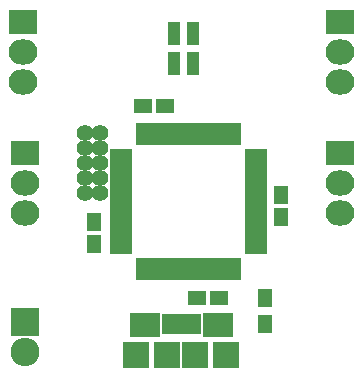
<source format=gts>
G04 #@! TF.FileFunction,Soldermask,Top*
%FSLAX46Y46*%
G04 Gerber Fmt 4.6, Leading zero omitted, Abs format (unit mm)*
G04 Created by KiCad (PCBNEW 4.0.2+dfsg1-stable) date Sat 12 Nov 2016 15:30:04 AEDT*
%MOMM*%
G01*
G04 APERTURE LIST*
%ADD10C,0.100000*%
%ADD11R,2.432000X2.127200*%
%ADD12O,2.432000X2.127200*%
%ADD13R,2.432000X2.432000*%
%ADD14O,2.432000X2.432000*%
%ADD15R,1.150000X1.600000*%
%ADD16R,1.600000X1.150000*%
%ADD17R,1.300000X1.600000*%
%ADD18R,0.950000X1.900000*%
%ADD19R,1.900000X0.950000*%
%ADD20R,1.100000X0.700000*%
%ADD21R,2.300000X2.300000*%
%ADD22R,2.200000X2.300000*%
%ADD23R,0.800000X1.750000*%
%ADD24R,2.500000X2.000000*%
%ADD25C,1.400000*%
G04 APERTURE END LIST*
D10*
D11*
X190750000Y-108450000D03*
D12*
X190750000Y-110990000D03*
X190750000Y-113530000D03*
D13*
X190754000Y-122682000D03*
D14*
X190754000Y-125222000D03*
D15*
X196596000Y-114239000D03*
X196596000Y-116139000D03*
D16*
X202626000Y-104394000D03*
X200726000Y-104394000D03*
X205298000Y-120650000D03*
X207198000Y-120650000D03*
D15*
X212471000Y-113853000D03*
X212471000Y-111953000D03*
D11*
X190600000Y-97300000D03*
D12*
X190600000Y-99840000D03*
X190600000Y-102380000D03*
D11*
X217400000Y-97300000D03*
D12*
X217400000Y-99840000D03*
X217400000Y-102380000D03*
D17*
X211074000Y-122893000D03*
X211074000Y-120693000D03*
D18*
X208597000Y-106822000D03*
X207797000Y-106822000D03*
X206997000Y-106822000D03*
X206197000Y-106822000D03*
X205397000Y-106822000D03*
X204597000Y-106822000D03*
X203797000Y-106822000D03*
X202997000Y-106822000D03*
X202197000Y-106822000D03*
X201397000Y-106822000D03*
X200597000Y-106822000D03*
D19*
X198897000Y-108522000D03*
X198897000Y-109322000D03*
X198897000Y-110122000D03*
X198897000Y-110922000D03*
X198897000Y-111722000D03*
X198897000Y-112522000D03*
X198897000Y-113322000D03*
X198897000Y-114122000D03*
X198897000Y-114922000D03*
X198897000Y-115722000D03*
X198897000Y-116522000D03*
D18*
X200597000Y-118222000D03*
X201397000Y-118222000D03*
X202197000Y-118222000D03*
X202997000Y-118222000D03*
X203797000Y-118222000D03*
X204597000Y-118222000D03*
X205397000Y-118222000D03*
X206197000Y-118222000D03*
X206997000Y-118222000D03*
X207797000Y-118222000D03*
X208597000Y-118222000D03*
D19*
X210297000Y-116522000D03*
X210297000Y-115722000D03*
X210297000Y-114922000D03*
X210297000Y-114122000D03*
X210297000Y-113322000D03*
X210297000Y-112522000D03*
X210297000Y-111722000D03*
X210297000Y-110922000D03*
X210297000Y-110122000D03*
X210297000Y-109322000D03*
X210297000Y-108522000D03*
D20*
X203416000Y-98298000D03*
X205016000Y-98298000D03*
X205016000Y-97648000D03*
X203416000Y-97648000D03*
X205016000Y-98948000D03*
X203416000Y-98948000D03*
X203416000Y-100838000D03*
X205016000Y-100838000D03*
X205016000Y-100188000D03*
X203416000Y-100188000D03*
X205016000Y-101488000D03*
X203416000Y-101488000D03*
D11*
X217400000Y-108450000D03*
D12*
X217400000Y-110990000D03*
X217400000Y-113530000D03*
D21*
X202800000Y-125550000D03*
X205200000Y-125550000D03*
D22*
X200200000Y-125550000D03*
X207800000Y-125550000D03*
D23*
X205300000Y-122875000D03*
X202700000Y-122875000D03*
X204650000Y-122875000D03*
X203350000Y-122875000D03*
X204000000Y-122875000D03*
D24*
X207100000Y-123000000D03*
X200900000Y-123000000D03*
D25*
X195834000Y-111760000D03*
X195834000Y-110490000D03*
X195834000Y-109220000D03*
X195834000Y-107950000D03*
X195834000Y-106680000D03*
X197104000Y-111760000D03*
X197104000Y-110490000D03*
X197104000Y-109220000D03*
X197104000Y-107950000D03*
X197104000Y-106680000D03*
M02*

</source>
